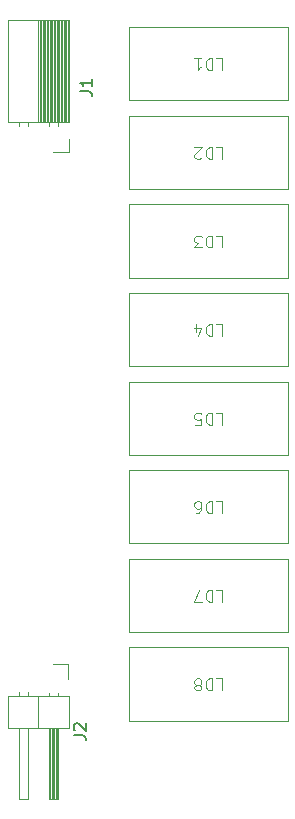
<source format=gbr>
%TF.GenerationSoftware,KiCad,Pcbnew,7.0.1*%
%TF.CreationDate,2023-10-04T10:51:44-04:00*%
%TF.ProjectId,TacTile-L1,54616354-696c-4652-9d4c-312e6b696361,rev?*%
%TF.SameCoordinates,Original*%
%TF.FileFunction,Legend,Top*%
%TF.FilePolarity,Positive*%
%FSLAX46Y46*%
G04 Gerber Fmt 4.6, Leading zero omitted, Abs format (unit mm)*
G04 Created by KiCad (PCBNEW 7.0.1) date 2023-10-04 10:51:44*
%MOMM*%
%LPD*%
G01*
G04 APERTURE LIST*
%ADD10C,0.100000*%
%ADD11C,0.150000*%
%ADD12C,0.120000*%
G04 APERTURE END LIST*
D10*
%TO.C,LD6*%
X43291666Y-65787380D02*
X43767856Y-65787380D01*
X43767856Y-65787380D02*
X43767856Y-66787380D01*
X42958332Y-65787380D02*
X42958332Y-66787380D01*
X42958332Y-66787380D02*
X42720237Y-66787380D01*
X42720237Y-66787380D02*
X42577380Y-66739761D01*
X42577380Y-66739761D02*
X42482142Y-66644523D01*
X42482142Y-66644523D02*
X42434523Y-66549285D01*
X42434523Y-66549285D02*
X42386904Y-66358809D01*
X42386904Y-66358809D02*
X42386904Y-66215952D01*
X42386904Y-66215952D02*
X42434523Y-66025476D01*
X42434523Y-66025476D02*
X42482142Y-65930238D01*
X42482142Y-65930238D02*
X42577380Y-65835000D01*
X42577380Y-65835000D02*
X42720237Y-65787380D01*
X42720237Y-65787380D02*
X42958332Y-65787380D01*
X41529761Y-66787380D02*
X41720237Y-66787380D01*
X41720237Y-66787380D02*
X41815475Y-66739761D01*
X41815475Y-66739761D02*
X41863094Y-66692142D01*
X41863094Y-66692142D02*
X41958332Y-66549285D01*
X41958332Y-66549285D02*
X42005951Y-66358809D01*
X42005951Y-66358809D02*
X42005951Y-65977857D01*
X42005951Y-65977857D02*
X41958332Y-65882619D01*
X41958332Y-65882619D02*
X41910713Y-65835000D01*
X41910713Y-65835000D02*
X41815475Y-65787380D01*
X41815475Y-65787380D02*
X41624999Y-65787380D01*
X41624999Y-65787380D02*
X41529761Y-65835000D01*
X41529761Y-65835000D02*
X41482142Y-65882619D01*
X41482142Y-65882619D02*
X41434523Y-65977857D01*
X41434523Y-65977857D02*
X41434523Y-66215952D01*
X41434523Y-66215952D02*
X41482142Y-66311190D01*
X41482142Y-66311190D02*
X41529761Y-66358809D01*
X41529761Y-66358809D02*
X41624999Y-66406428D01*
X41624999Y-66406428D02*
X41815475Y-66406428D01*
X41815475Y-66406428D02*
X41910713Y-66358809D01*
X41910713Y-66358809D02*
X41958332Y-66311190D01*
X41958332Y-66311190D02*
X42005951Y-66215952D01*
%TO.C,LD2*%
X43291666Y-35787380D02*
X43767856Y-35787380D01*
X43767856Y-35787380D02*
X43767856Y-36787380D01*
X42958332Y-35787380D02*
X42958332Y-36787380D01*
X42958332Y-36787380D02*
X42720237Y-36787380D01*
X42720237Y-36787380D02*
X42577380Y-36739761D01*
X42577380Y-36739761D02*
X42482142Y-36644523D01*
X42482142Y-36644523D02*
X42434523Y-36549285D01*
X42434523Y-36549285D02*
X42386904Y-36358809D01*
X42386904Y-36358809D02*
X42386904Y-36215952D01*
X42386904Y-36215952D02*
X42434523Y-36025476D01*
X42434523Y-36025476D02*
X42482142Y-35930238D01*
X42482142Y-35930238D02*
X42577380Y-35835000D01*
X42577380Y-35835000D02*
X42720237Y-35787380D01*
X42720237Y-35787380D02*
X42958332Y-35787380D01*
X42005951Y-36692142D02*
X41958332Y-36739761D01*
X41958332Y-36739761D02*
X41863094Y-36787380D01*
X41863094Y-36787380D02*
X41624999Y-36787380D01*
X41624999Y-36787380D02*
X41529761Y-36739761D01*
X41529761Y-36739761D02*
X41482142Y-36692142D01*
X41482142Y-36692142D02*
X41434523Y-36596904D01*
X41434523Y-36596904D02*
X41434523Y-36501666D01*
X41434523Y-36501666D02*
X41482142Y-36358809D01*
X41482142Y-36358809D02*
X42053570Y-35787380D01*
X42053570Y-35787380D02*
X41434523Y-35787380D01*
%TO.C,LD7*%
X43291666Y-73287380D02*
X43767856Y-73287380D01*
X43767856Y-73287380D02*
X43767856Y-74287380D01*
X42958332Y-73287380D02*
X42958332Y-74287380D01*
X42958332Y-74287380D02*
X42720237Y-74287380D01*
X42720237Y-74287380D02*
X42577380Y-74239761D01*
X42577380Y-74239761D02*
X42482142Y-74144523D01*
X42482142Y-74144523D02*
X42434523Y-74049285D01*
X42434523Y-74049285D02*
X42386904Y-73858809D01*
X42386904Y-73858809D02*
X42386904Y-73715952D01*
X42386904Y-73715952D02*
X42434523Y-73525476D01*
X42434523Y-73525476D02*
X42482142Y-73430238D01*
X42482142Y-73430238D02*
X42577380Y-73335000D01*
X42577380Y-73335000D02*
X42720237Y-73287380D01*
X42720237Y-73287380D02*
X42958332Y-73287380D01*
X42053570Y-74287380D02*
X41386904Y-74287380D01*
X41386904Y-74287380D02*
X41815475Y-73287380D01*
%TO.C,LD8*%
X43291666Y-80787380D02*
X43767856Y-80787380D01*
X43767856Y-80787380D02*
X43767856Y-81787380D01*
X42958332Y-80787380D02*
X42958332Y-81787380D01*
X42958332Y-81787380D02*
X42720237Y-81787380D01*
X42720237Y-81787380D02*
X42577380Y-81739761D01*
X42577380Y-81739761D02*
X42482142Y-81644523D01*
X42482142Y-81644523D02*
X42434523Y-81549285D01*
X42434523Y-81549285D02*
X42386904Y-81358809D01*
X42386904Y-81358809D02*
X42386904Y-81215952D01*
X42386904Y-81215952D02*
X42434523Y-81025476D01*
X42434523Y-81025476D02*
X42482142Y-80930238D01*
X42482142Y-80930238D02*
X42577380Y-80835000D01*
X42577380Y-80835000D02*
X42720237Y-80787380D01*
X42720237Y-80787380D02*
X42958332Y-80787380D01*
X41815475Y-81358809D02*
X41910713Y-81406428D01*
X41910713Y-81406428D02*
X41958332Y-81454047D01*
X41958332Y-81454047D02*
X42005951Y-81549285D01*
X42005951Y-81549285D02*
X42005951Y-81596904D01*
X42005951Y-81596904D02*
X41958332Y-81692142D01*
X41958332Y-81692142D02*
X41910713Y-81739761D01*
X41910713Y-81739761D02*
X41815475Y-81787380D01*
X41815475Y-81787380D02*
X41624999Y-81787380D01*
X41624999Y-81787380D02*
X41529761Y-81739761D01*
X41529761Y-81739761D02*
X41482142Y-81692142D01*
X41482142Y-81692142D02*
X41434523Y-81596904D01*
X41434523Y-81596904D02*
X41434523Y-81549285D01*
X41434523Y-81549285D02*
X41482142Y-81454047D01*
X41482142Y-81454047D02*
X41529761Y-81406428D01*
X41529761Y-81406428D02*
X41624999Y-81358809D01*
X41624999Y-81358809D02*
X41815475Y-81358809D01*
X41815475Y-81358809D02*
X41910713Y-81311190D01*
X41910713Y-81311190D02*
X41958332Y-81263571D01*
X41958332Y-81263571D02*
X42005951Y-81168333D01*
X42005951Y-81168333D02*
X42005951Y-80977857D01*
X42005951Y-80977857D02*
X41958332Y-80882619D01*
X41958332Y-80882619D02*
X41910713Y-80835000D01*
X41910713Y-80835000D02*
X41815475Y-80787380D01*
X41815475Y-80787380D02*
X41624999Y-80787380D01*
X41624999Y-80787380D02*
X41529761Y-80835000D01*
X41529761Y-80835000D02*
X41482142Y-80882619D01*
X41482142Y-80882619D02*
X41434523Y-80977857D01*
X41434523Y-80977857D02*
X41434523Y-81168333D01*
X41434523Y-81168333D02*
X41482142Y-81263571D01*
X41482142Y-81263571D02*
X41529761Y-81311190D01*
X41529761Y-81311190D02*
X41624999Y-81358809D01*
D11*
%TO.C,J2*%
X31232619Y-85593333D02*
X31946904Y-85593333D01*
X31946904Y-85593333D02*
X32089761Y-85640952D01*
X32089761Y-85640952D02*
X32185000Y-85736190D01*
X32185000Y-85736190D02*
X32232619Y-85879047D01*
X32232619Y-85879047D02*
X32232619Y-85974285D01*
X31327857Y-85164761D02*
X31280238Y-85117142D01*
X31280238Y-85117142D02*
X31232619Y-85021904D01*
X31232619Y-85021904D02*
X31232619Y-84783809D01*
X31232619Y-84783809D02*
X31280238Y-84688571D01*
X31280238Y-84688571D02*
X31327857Y-84640952D01*
X31327857Y-84640952D02*
X31423095Y-84593333D01*
X31423095Y-84593333D02*
X31518333Y-84593333D01*
X31518333Y-84593333D02*
X31661190Y-84640952D01*
X31661190Y-84640952D02*
X32232619Y-85212380D01*
X32232619Y-85212380D02*
X32232619Y-84593333D01*
D10*
%TO.C,LD5*%
X43291666Y-58287380D02*
X43767856Y-58287380D01*
X43767856Y-58287380D02*
X43767856Y-59287380D01*
X42958332Y-58287380D02*
X42958332Y-59287380D01*
X42958332Y-59287380D02*
X42720237Y-59287380D01*
X42720237Y-59287380D02*
X42577380Y-59239761D01*
X42577380Y-59239761D02*
X42482142Y-59144523D01*
X42482142Y-59144523D02*
X42434523Y-59049285D01*
X42434523Y-59049285D02*
X42386904Y-58858809D01*
X42386904Y-58858809D02*
X42386904Y-58715952D01*
X42386904Y-58715952D02*
X42434523Y-58525476D01*
X42434523Y-58525476D02*
X42482142Y-58430238D01*
X42482142Y-58430238D02*
X42577380Y-58335000D01*
X42577380Y-58335000D02*
X42720237Y-58287380D01*
X42720237Y-58287380D02*
X42958332Y-58287380D01*
X41482142Y-59287380D02*
X41958332Y-59287380D01*
X41958332Y-59287380D02*
X42005951Y-58811190D01*
X42005951Y-58811190D02*
X41958332Y-58858809D01*
X41958332Y-58858809D02*
X41863094Y-58906428D01*
X41863094Y-58906428D02*
X41624999Y-58906428D01*
X41624999Y-58906428D02*
X41529761Y-58858809D01*
X41529761Y-58858809D02*
X41482142Y-58811190D01*
X41482142Y-58811190D02*
X41434523Y-58715952D01*
X41434523Y-58715952D02*
X41434523Y-58477857D01*
X41434523Y-58477857D02*
X41482142Y-58382619D01*
X41482142Y-58382619D02*
X41529761Y-58335000D01*
X41529761Y-58335000D02*
X41624999Y-58287380D01*
X41624999Y-58287380D02*
X41863094Y-58287380D01*
X41863094Y-58287380D02*
X41958332Y-58335000D01*
X41958332Y-58335000D02*
X42005951Y-58382619D01*
D11*
%TO.C,J1*%
X31732619Y-31053333D02*
X32446904Y-31053333D01*
X32446904Y-31053333D02*
X32589761Y-31100952D01*
X32589761Y-31100952D02*
X32685000Y-31196190D01*
X32685000Y-31196190D02*
X32732619Y-31339047D01*
X32732619Y-31339047D02*
X32732619Y-31434285D01*
X32732619Y-30053333D02*
X32732619Y-30624761D01*
X32732619Y-30339047D02*
X31732619Y-30339047D01*
X31732619Y-30339047D02*
X31875476Y-30434285D01*
X31875476Y-30434285D02*
X31970714Y-30529523D01*
X31970714Y-30529523D02*
X32018333Y-30624761D01*
D10*
%TO.C,LD3*%
X43291666Y-43287380D02*
X43767856Y-43287380D01*
X43767856Y-43287380D02*
X43767856Y-44287380D01*
X42958332Y-43287380D02*
X42958332Y-44287380D01*
X42958332Y-44287380D02*
X42720237Y-44287380D01*
X42720237Y-44287380D02*
X42577380Y-44239761D01*
X42577380Y-44239761D02*
X42482142Y-44144523D01*
X42482142Y-44144523D02*
X42434523Y-44049285D01*
X42434523Y-44049285D02*
X42386904Y-43858809D01*
X42386904Y-43858809D02*
X42386904Y-43715952D01*
X42386904Y-43715952D02*
X42434523Y-43525476D01*
X42434523Y-43525476D02*
X42482142Y-43430238D01*
X42482142Y-43430238D02*
X42577380Y-43335000D01*
X42577380Y-43335000D02*
X42720237Y-43287380D01*
X42720237Y-43287380D02*
X42958332Y-43287380D01*
X42053570Y-44287380D02*
X41434523Y-44287380D01*
X41434523Y-44287380D02*
X41767856Y-43906428D01*
X41767856Y-43906428D02*
X41624999Y-43906428D01*
X41624999Y-43906428D02*
X41529761Y-43858809D01*
X41529761Y-43858809D02*
X41482142Y-43811190D01*
X41482142Y-43811190D02*
X41434523Y-43715952D01*
X41434523Y-43715952D02*
X41434523Y-43477857D01*
X41434523Y-43477857D02*
X41482142Y-43382619D01*
X41482142Y-43382619D02*
X41529761Y-43335000D01*
X41529761Y-43335000D02*
X41624999Y-43287380D01*
X41624999Y-43287380D02*
X41910713Y-43287380D01*
X41910713Y-43287380D02*
X42005951Y-43335000D01*
X42005951Y-43335000D02*
X42053570Y-43382619D01*
%TO.C,LD1*%
X43291666Y-28287380D02*
X43767856Y-28287380D01*
X43767856Y-28287380D02*
X43767856Y-29287380D01*
X42958332Y-28287380D02*
X42958332Y-29287380D01*
X42958332Y-29287380D02*
X42720237Y-29287380D01*
X42720237Y-29287380D02*
X42577380Y-29239761D01*
X42577380Y-29239761D02*
X42482142Y-29144523D01*
X42482142Y-29144523D02*
X42434523Y-29049285D01*
X42434523Y-29049285D02*
X42386904Y-28858809D01*
X42386904Y-28858809D02*
X42386904Y-28715952D01*
X42386904Y-28715952D02*
X42434523Y-28525476D01*
X42434523Y-28525476D02*
X42482142Y-28430238D01*
X42482142Y-28430238D02*
X42577380Y-28335000D01*
X42577380Y-28335000D02*
X42720237Y-28287380D01*
X42720237Y-28287380D02*
X42958332Y-28287380D01*
X41434523Y-28287380D02*
X42005951Y-28287380D01*
X41720237Y-28287380D02*
X41720237Y-29287380D01*
X41720237Y-29287380D02*
X41815475Y-29144523D01*
X41815475Y-29144523D02*
X41910713Y-29049285D01*
X41910713Y-29049285D02*
X42005951Y-29001666D01*
%TO.C,LD4*%
X43291666Y-50787380D02*
X43767856Y-50787380D01*
X43767856Y-50787380D02*
X43767856Y-51787380D01*
X42958332Y-50787380D02*
X42958332Y-51787380D01*
X42958332Y-51787380D02*
X42720237Y-51787380D01*
X42720237Y-51787380D02*
X42577380Y-51739761D01*
X42577380Y-51739761D02*
X42482142Y-51644523D01*
X42482142Y-51644523D02*
X42434523Y-51549285D01*
X42434523Y-51549285D02*
X42386904Y-51358809D01*
X42386904Y-51358809D02*
X42386904Y-51215952D01*
X42386904Y-51215952D02*
X42434523Y-51025476D01*
X42434523Y-51025476D02*
X42482142Y-50930238D01*
X42482142Y-50930238D02*
X42577380Y-50835000D01*
X42577380Y-50835000D02*
X42720237Y-50787380D01*
X42720237Y-50787380D02*
X42958332Y-50787380D01*
X41529761Y-51454047D02*
X41529761Y-50787380D01*
X41767856Y-51835000D02*
X42005951Y-51120714D01*
X42005951Y-51120714D02*
X41386904Y-51120714D01*
%TO.C,LD6*%
X49325000Y-69350000D02*
X35925000Y-69350000D01*
X35925000Y-69350000D02*
X35925000Y-63150000D01*
X35925000Y-63150000D02*
X49325000Y-63150000D01*
X49325000Y-63150000D02*
X49325000Y-69350000D01*
%TO.C,LD2*%
X49325000Y-39350000D02*
X35925000Y-39350000D01*
X35925000Y-39350000D02*
X35925000Y-33150000D01*
X35925000Y-33150000D02*
X49325000Y-33150000D01*
X49325000Y-33150000D02*
X49325000Y-39350000D01*
%TO.C,LD7*%
X49325000Y-76850000D02*
X35925000Y-76850000D01*
X35925000Y-76850000D02*
X35925000Y-70650000D01*
X35925000Y-70650000D02*
X49325000Y-70650000D01*
X49325000Y-70650000D02*
X49325000Y-76850000D01*
%TO.C,LD8*%
X49325000Y-84350000D02*
X35925000Y-84350000D01*
X35925000Y-84350000D02*
X35925000Y-78150000D01*
X35925000Y-78150000D02*
X49325000Y-78150000D01*
X49325000Y-78150000D02*
X49325000Y-84350000D01*
D12*
%TO.C,J2*%
X30770000Y-79605000D02*
X30770000Y-80875000D01*
X29500000Y-79605000D02*
X30770000Y-79605000D01*
X27340000Y-81917929D02*
X27340000Y-82315000D01*
X26580000Y-81917929D02*
X26580000Y-82315000D01*
X29880000Y-81985000D02*
X29880000Y-82315000D01*
X29120000Y-81985000D02*
X29120000Y-82315000D01*
X30830000Y-82315000D02*
X25630000Y-82315000D01*
X28230000Y-82315000D02*
X28230000Y-84975000D01*
X25630000Y-82315000D02*
X25630000Y-84975000D01*
X30830000Y-84975000D02*
X30830000Y-82315000D01*
X29880000Y-84975000D02*
X29880000Y-90975000D01*
X29820000Y-84975000D02*
X29820000Y-90975000D01*
X29700000Y-84975000D02*
X29700000Y-90975000D01*
X29580000Y-84975000D02*
X29580000Y-90975000D01*
X29460000Y-84975000D02*
X29460000Y-90975000D01*
X29340000Y-84975000D02*
X29340000Y-90975000D01*
X29220000Y-84975000D02*
X29220000Y-90975000D01*
X27340000Y-84975000D02*
X27340000Y-90975000D01*
X25630000Y-84975000D02*
X30830000Y-84975000D01*
X29880000Y-90975000D02*
X29120000Y-90975000D01*
X29120000Y-90975000D02*
X29120000Y-84975000D01*
X27340000Y-90975000D02*
X26580000Y-90975000D01*
X26580000Y-90975000D02*
X26580000Y-84975000D01*
D10*
%TO.C,LD5*%
X49325000Y-61850000D02*
X35925000Y-61850000D01*
X35925000Y-61850000D02*
X35925000Y-55650000D01*
X35925000Y-55650000D02*
X49325000Y-55650000D01*
X49325000Y-55650000D02*
X49325000Y-61850000D01*
D12*
%TO.C,J1*%
X30830000Y-25010000D02*
X25630000Y-25010000D01*
X30830000Y-25010000D02*
X30830000Y-33640000D01*
X30710000Y-25010000D02*
X30710000Y-33640000D01*
X30591905Y-25010000D02*
X30591905Y-33640000D01*
X30473810Y-25010000D02*
X30473810Y-33640000D01*
X30355715Y-25010000D02*
X30355715Y-33640000D01*
X30237620Y-25010000D02*
X30237620Y-33640000D01*
X30119525Y-25010000D02*
X30119525Y-33640000D01*
X30001430Y-25010000D02*
X30001430Y-33640000D01*
X29883335Y-25010000D02*
X29883335Y-33640000D01*
X29765240Y-25010000D02*
X29765240Y-33640000D01*
X29647145Y-25010000D02*
X29647145Y-33640000D01*
X29529050Y-25010000D02*
X29529050Y-33640000D01*
X29410955Y-25010000D02*
X29410955Y-33640000D01*
X29292860Y-25010000D02*
X29292860Y-33640000D01*
X29174765Y-25010000D02*
X29174765Y-33640000D01*
X29056670Y-25010000D02*
X29056670Y-33640000D01*
X28938575Y-25010000D02*
X28938575Y-33640000D01*
X28820480Y-25010000D02*
X28820480Y-33640000D01*
X28702385Y-25010000D02*
X28702385Y-33640000D01*
X28584290Y-25010000D02*
X28584290Y-33640000D01*
X28466195Y-25010000D02*
X28466195Y-33640000D01*
X28348100Y-25010000D02*
X28348100Y-33640000D01*
X28230000Y-25010000D02*
X28230000Y-33640000D01*
X25630000Y-25010000D02*
X25630000Y-33640000D01*
X30830000Y-33640000D02*
X25630000Y-33640000D01*
X29860000Y-33640000D02*
X29860000Y-33990000D01*
X29140000Y-33640000D02*
X29140000Y-33990000D01*
X27320000Y-33640000D02*
X27320000Y-34050000D01*
X26600000Y-33640000D02*
X26600000Y-34050000D01*
X30830000Y-35100000D02*
X30830000Y-36210000D01*
X30830000Y-36210000D02*
X29500000Y-36210000D01*
D10*
%TO.C,LD3*%
X49325000Y-46850000D02*
X35925000Y-46850000D01*
X35925000Y-46850000D02*
X35925000Y-40650000D01*
X35925000Y-40650000D02*
X49325000Y-40650000D01*
X49325000Y-40650000D02*
X49325000Y-46850000D01*
%TO.C,LD1*%
X49325000Y-31850000D02*
X35925000Y-31850000D01*
X35925000Y-31850000D02*
X35925000Y-25650000D01*
X35925000Y-25650000D02*
X49325000Y-25650000D01*
X49325000Y-25650000D02*
X49325000Y-31850000D01*
%TO.C,LD4*%
X49325000Y-54350000D02*
X35925000Y-54350000D01*
X35925000Y-54350000D02*
X35925000Y-48150000D01*
X35925000Y-48150000D02*
X49325000Y-48150000D01*
X49325000Y-48150000D02*
X49325000Y-54350000D01*
%TD*%
M02*

</source>
